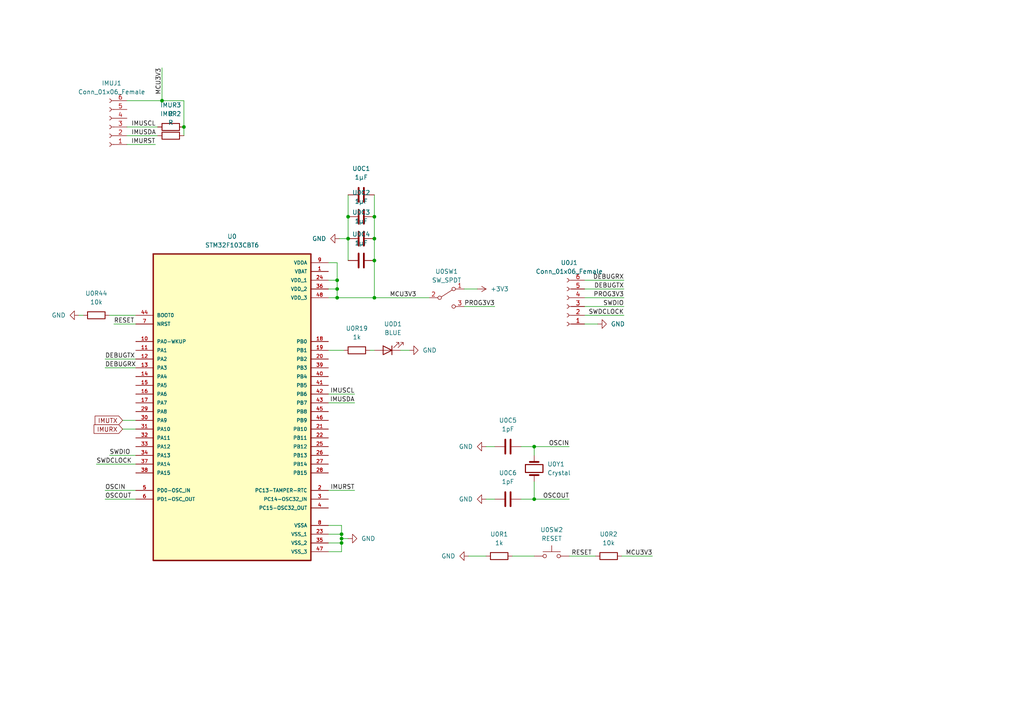
<source format=kicad_sch>
(kicad_sch (version 20211123) (generator eeschema)
  (paper "A4")
  (lib_symbols
    (symbol "Connector:Conn_01x06_Female" (pin_names (offset 1.016) hide)
      (property "Reference" "J" (at 0 7.62 0))
      (property "Value" "Conn_01x06_Female" (at 0 -10.16 0))
      (symbol "Conn_01x06_Female_1_1"
        (arc (start 0 -7.112) (mid -0.508 -7.62) (end 0 -8.128) (stroke (width 0.1524)))
        (arc (start 0 -4.572) (mid -0.508 -5.08) (end 0 -5.588) (stroke (width 0.1524)))
        (arc (start 0 -2.032) (mid -0.508 -2.54) (end 0 -3.048) (stroke (width 0.1524)))
        (polyline (pts (xy -1.27 -7.62) (xy -0.508 -7.62)) (stroke (width 0.1524)))
        (polyline (pts (xy -1.27 -5.08) (xy -0.508 -5.08)) (stroke (width 0.1524)))
        (polyline (pts (xy -1.27 -2.54) (xy -0.508 -2.54)) (stroke (width 0.1524)))
        (polyline (pts (xy -1.27 0) (xy -0.508 0)) (stroke (width 0.1524)))
        (polyline (pts (xy -1.27 2.54) (xy -0.508 2.54)) (stroke (width 0.1524)))
        (polyline (pts (xy -1.27 5.08) (xy -0.508 5.08)) (stroke (width 0.1524)))
        (arc (start 0 0.508) (mid -0.508 0) (end 0 -0.508) (stroke (width 0.1524)))
        (arc (start 0 3.048) (mid -0.508 2.54) (end 0 2.032) (stroke (width 0.1524)))
        (arc (start 0 5.588) (mid -0.508 5.08) (end 0 4.572) (stroke (width 0.1524)))
        (pin passive line (at -5.08 5.08 0) (length 3.81) (name "Pin_1") (number "1"))
        (pin passive line (at -5.08 2.54 0) (length 3.81) (name "Pin_2") (number "2"))
        (pin passive line (at -5.08 0 0) (length 3.81) (name "Pin_3") (number "3"))
        (pin passive line (at -5.08 -2.54 0) (length 3.81) (name "Pin_4") (number "4"))
        (pin passive line (at -5.08 -5.08 0) (length 3.81) (name "Pin_5") (number "5"))
        (pin passive line (at -5.08 -7.62 0) (length 3.81) (name "Pin_6") (number "6"))
      )
    )
    (symbol "Device:C" (pin_numbers hide) (pin_names (offset 0.254))
      (property "Reference" "C" (at 0.635 2.54 0))
      (property "Value" "C" (at 0.635 -2.54 0))
      (symbol "C_0_1"
        (polyline (pts (xy -2.032 -0.762) (xy 2.032 -0.762)) (stroke (width 0.508)))
        (polyline (pts (xy -2.032 0.762) (xy 2.032 0.762)) (stroke (width 0.508)))
      )
      (symbol "C_1_1"
        (pin passive line (at 0 3.81 270) (length 2.794) (name "~") (number "1"))
        (pin passive line (at 0 -3.81 90) (length 2.794) (name "~") (number "2"))
      )
    )
    (symbol "Device:Crystal" (pin_numbers hide) (pin_names (offset 1.016) hide)
      (property "Reference" "Y" (at 0 3.81 0))
      (property "Value" "Crystal" (at 0 -3.81 0))
      (symbol "Crystal_0_1"
        (rectangle (start -1.143 2.54) (end 1.143 -2.54) (stroke (width 0.3048)))
        (polyline (pts (xy -2.54 0) (xy -1.905 0)))
        (polyline (pts (xy -1.905 -1.27) (xy -1.905 1.27)) (stroke (width 0.508)))
        (polyline (pts (xy 1.905 -1.27) (xy 1.905 1.27)) (stroke (width 0.508)))
        (polyline (pts (xy 2.54 0) (xy 1.905 0)))
      )
      (symbol "Crystal_1_1"
        (pin passive line (at -3.81 0 0) (length 1.27) (name "1") (number "1"))
        (pin passive line (at 3.81 0 180) (length 1.27) (name "2") (number "2"))
      )
    )
    (symbol "Device:LED" (pin_numbers hide) (pin_names (offset 1.016) hide)
      (property "Reference" "D" (at 0 2.54 0))
      (property "Value" "LED" (at 0 -2.54 0))
      (symbol "LED_0_1"
        (polyline (pts (xy -1.27 -1.27) (xy -1.27 1.27)) (stroke (width 0.254)))
        (polyline (pts (xy -1.27 0) (xy 1.27 0)))
        (polyline (pts (xy 1.27 -1.27) (xy 1.27 1.27) (xy -1.27 0) (xy 1.27 -1.27)) (stroke (width 0.254)))
        (polyline (pts (xy -3.048 -0.762) (xy -4.572 -2.286) (xy -3.81 -2.286) (xy -4.572 -2.286) (xy -4.572 -1.524)))
        (polyline (pts (xy -1.778 -0.762) (xy -3.302 -2.286) (xy -2.54 -2.286) (xy -3.302 -2.286) (xy -3.302 -1.524)))
      )
      (symbol "LED_1_1"
        (pin passive line (at -3.81 0 0) (length 2.54) (name "K") (number "1"))
        (pin passive line (at 3.81 0 180) (length 2.54) (name "A") (number "2"))
      )
    )
    (symbol "Device:R" (pin_numbers hide) (pin_names (offset 0))
      (property "Reference" "R" (at 2.032 0 90))
      (property "Value" "R" (at 0 0 90))
      (symbol "R_0_1"
        (rectangle (start -1.016 -2.54) (end 1.016 2.54) (stroke (width 0.254)))
      )
      (symbol "R_1_1"
        (pin passive line (at 0 3.81 270) (length 1.27) (name "~") (number "1"))
        (pin passive line (at 0 -3.81 90) (length 1.27) (name "~") (number "2"))
      )
    )
    (symbol "STM32F103CBT6:STM32F103CBT6" (pin_names (offset 1.016))
      (property "Reference" "U" (at -22.86 43.942 0))
      (property "Value" "STM32F103CBT6" (at -22.86 -48.3108 0))
      (symbol "STM32F103CBT6_0_0"
        (rectangle (start -22.86 -45.72) (end 22.86 43.18) (stroke (width 0.4064)) (fill (type background)))
        (pin power_in line (at 27.94 38.1 180) (length 5.08) (name "VBAT") (number "1"))
        (pin bidirectional line (at -27.94 17.78 0) (length 5.08) (name "PA0-WKUP") (number "10"))
        (pin bidirectional line (at -27.94 15.24 0) (length 5.08) (name "PA1") (number "11"))
        (pin bidirectional line (at -27.94 12.7 0) (length 5.08) (name "PA2") (number "12"))
        (pin bidirectional line (at -27.94 10.16 0) (length 5.08) (name "PA3") (number "13"))
        (pin bidirectional line (at -27.94 7.62 0) (length 5.08) (name "PA4") (number "14"))
        (pin bidirectional line (at -27.94 5.08 0) (length 5.08) (name "PA5") (number "15"))
        (pin bidirectional line (at -27.94 2.54 0) (length 5.08) (name "PA6") (number "16"))
        (pin bidirectional line (at -27.94 0 0) (length 5.08) (name "PA7") (number "17"))
        (pin bidirectional line (at 27.94 17.78 180) (length 5.08) (name "PB0") (number "18"))
        (pin bidirectional line (at 27.94 15.24 180) (length 5.08) (name "PB1") (number "19"))
        (pin bidirectional line (at 27.94 -25.4 180) (length 5.08) (name "PC13-TAMPER-RTC") (number "2"))
        (pin bidirectional line (at 27.94 12.7 180) (length 5.08) (name "PB2") (number "20"))
        (pin bidirectional line (at 27.94 -7.62 180) (length 5.08) (name "PB10") (number "21"))
        (pin bidirectional line (at 27.94 -10.16 180) (length 5.08) (name "PB11") (number "22"))
        (pin power_in line (at 27.94 -38.1 180) (length 5.08) (name "VSS_1") (number "23"))
        (pin power_in line (at 27.94 35.56 180) (length 5.08) (name "VDD_1") (number "24"))
        (pin bidirectional line (at 27.94 -12.7 180) (length 5.08) (name "PB12") (number "25"))
        (pin bidirectional line (at 27.94 -15.24 180) (length 5.08) (name "PB13") (number "26"))
        (pin bidirectional line (at 27.94 -17.78 180) (length 5.08) (name "PB14") (number "27"))
        (pin bidirectional line (at 27.94 -20.32 180) (length 5.08) (name "PB15") (number "28"))
        (pin bidirectional line (at -27.94 -2.54 0) (length 5.08) (name "PA8") (number "29"))
        (pin bidirectional line (at 27.94 -27.94 180) (length 5.08) (name "PC14-OSC32_IN") (number "3"))
        (pin bidirectional line (at -27.94 -5.08 0) (length 5.08) (name "PA9") (number "30"))
        (pin bidirectional line (at -27.94 -7.62 0) (length 5.08) (name "PA10") (number "31"))
        (pin bidirectional line (at -27.94 -10.16 0) (length 5.08) (name "PA11") (number "32"))
        (pin bidirectional line (at -27.94 -12.7 0) (length 5.08) (name "PA12") (number "33"))
        (pin bidirectional line (at -27.94 -15.24 0) (length 5.08) (name "PA13") (number "34"))
        (pin power_in line (at 27.94 -40.64 180) (length 5.08) (name "VSS_2") (number "35"))
        (pin power_in line (at 27.94 33.02 180) (length 5.08) (name "VDD_2") (number "36"))
        (pin bidirectional line (at -27.94 -17.78 0) (length 5.08) (name "PA14") (number "37"))
        (pin bidirectional line (at -27.94 -20.32 0) (length 5.08) (name "PA15") (number "38"))
        (pin bidirectional line (at 27.94 10.16 180) (length 5.08) (name "PB3") (number "39"))
        (pin bidirectional line (at 27.94 -30.48 180) (length 5.08) (name "PC15-OSC32_OUT") (number "4"))
        (pin bidirectional line (at 27.94 7.62 180) (length 5.08) (name "PB4") (number "40"))
        (pin bidirectional line (at 27.94 5.08 180) (length 5.08) (name "PB5") (number "41"))
        (pin bidirectional line (at 27.94 2.54 180) (length 5.08) (name "PB6") (number "42"))
        (pin bidirectional line (at 27.94 0 180) (length 5.08) (name "PB7") (number "43"))
        (pin input line (at -27.94 25.4 0) (length 5.08) (name "BOOT0") (number "44"))
        (pin bidirectional line (at 27.94 -2.54 180) (length 5.08) (name "PB8") (number "45"))
        (pin bidirectional line (at 27.94 -5.08 180) (length 5.08) (name "PB9") (number "46"))
        (pin power_in line (at 27.94 -43.18 180) (length 5.08) (name "VSS_3") (number "47"))
        (pin power_in line (at 27.94 30.48 180) (length 5.08) (name "VDD_3") (number "48"))
        (pin bidirectional line (at -27.94 -25.4 0) (length 5.08) (name "PD0-OSC_IN") (number "5"))
        (pin bidirectional line (at -27.94 -27.94 0) (length 5.08) (name "PD1-OSC_OUT") (number "6"))
        (pin bidirectional line (at -27.94 22.86 0) (length 5.08) (name "NRST") (number "7"))
        (pin power_in line (at 27.94 -35.56 180) (length 5.08) (name "VSSA") (number "8"))
        (pin power_in line (at 27.94 40.64 180) (length 5.08) (name "VDDA") (number "9"))
      )
    )
    (symbol "Switch:SW_Push" (pin_numbers hide) (pin_names (offset 1.016) hide)
      (property "Reference" "SW" (at 1.27 2.54 0))
      (property "Value" "SW_Push" (at 0 -1.524 0))
      (symbol "SW_Push_0_1"
        (circle (center -2.032 0) (radius 0.508))
        (polyline (pts (xy 0 1.27) (xy 0 3.048)))
        (polyline (pts (xy 2.54 1.27) (xy -2.54 1.27)))
        (circle (center 2.032 0) (radius 0.508))
        (pin passive line (at -5.08 0 0) (length 2.54) (name "1") (number "1"))
        (pin passive line (at 5.08 0 180) (length 2.54) (name "2") (number "2"))
      )
    )
    (symbol "Switch:SW_SPDT" (pin_names (offset 0) hide)
      (property "Reference" "SW" (at 0 4.318 0))
      (property "Value" "SW_SPDT" (at 0 -5.08 0))
      (symbol "SW_SPDT_0_0"
        (circle (center -2.032 0) (radius 0.508))
        (circle (center 2.032 -2.54) (radius 0.508))
      )
      (symbol "SW_SPDT_0_1"
        (polyline (pts (xy -1.524 0.254) (xy 1.651 2.286)))
        (circle (center 2.032 2.54) (radius 0.508))
      )
      (symbol "SW_SPDT_1_1"
        (pin passive line (at 5.08 2.54 180) (length 2.54) (name "A") (number "1"))
        (pin passive line (at -5.08 0 0) (length 2.54) (name "B") (number "2"))
        (pin passive line (at 5.08 -2.54 180) (length 2.54) (name "C") (number "3"))
      )
    )
    (symbol "power:+3V3" (power) (pin_names (offset 0))
      (property "Value" "+3V3" (at 0 3.556 0))
      (symbol "+3V3_0_1"
        (polyline (pts (xy -0.762 1.27) (xy 0 2.54)))
        (polyline (pts (xy 0 0) (xy 0 2.54)))
        (polyline (pts (xy 0 2.54) (xy 0.762 1.27)))
      )
      (symbol "+3V3_1_1"
        (pin power_in line (at 0 0 90) (length 0) hide (name "+3V3") (number "1"))
      )
    )
    (symbol "power:GND" (power) (pin_names (offset 0))
      (property "Value" "GND" (at 0 -3.81 0))
      (symbol "GND_0_1"
        (polyline (pts (xy 0 0) (xy 0 -1.27) (xy 1.27 -1.27) (xy 0 -2.54) (xy -1.27 -1.27) (xy 0 -1.27)))
      )
      (symbol "GND_1_1"
        (pin power_in line (at 0 0 270) (length 0) hide (name "GND") (number "1"))
      )
    )
  )
  (junction (at 99.06 156.21))
  (junction (at 46.99 29.21))
  (junction (at 100.965 62.865))
  (junction (at 97.79 86.36))
  (junction (at 154.94 129.54))
  (junction (at 99.06 154.94))
  (junction (at 108.585 75.565))
  (junction (at 99.06 157.48))
  (junction (at 53.34 36.83))
  (junction (at 108.585 86.36))
  (junction (at 100.965 69.215))
  (junction (at 108.585 62.865))
  (junction (at 108.585 69.215))
  (junction (at 97.79 81.28))
  (junction (at 154.94 144.78))
  (junction (at 97.79 83.82))
  (wire (pts (xy 97.79 83.82) (xy 97.79 86.36)))
  (wire (pts (xy 134.62 88.9) (xy 143.51 88.9)))
  (wire (pts (xy 99.06 157.48) (xy 99.06 156.21)))
  (wire (pts (xy 95.25 154.94) (xy 99.06 154.94)))
  (wire (pts (xy 154.94 139.7) (xy 154.94 144.78)))
  (wire (pts (xy 140.97 144.78) (xy 143.51 144.78)))
  (wire (pts (xy 95.25 157.48) (xy 99.06 157.48)))
  (wire (pts (xy 97.79 86.36) (xy 108.585 86.36)))
  (wire (pts (xy 108.585 75.565) (xy 108.585 86.36)))
  (wire (pts (xy 99.06 156.21) (xy 100.965 156.21)))
  (wire (pts (xy 95.25 116.84) (xy 102.87 116.84)))
  (wire (pts (xy 46.99 29.21) (xy 53.34 29.21)))
  (wire (pts (xy 95.25 83.82) (xy 97.79 83.82)))
  (wire (pts (xy 151.13 129.54) (xy 154.94 129.54)))
  (wire (pts (xy 95.25 101.6) (xy 99.695 101.6)))
  (wire (pts (xy 99.06 160.02) (xy 99.06 157.48)))
  (wire (pts (xy 30.48 106.68) (xy 39.37 106.68)))
  (wire (pts (xy 35.56 124.46) (xy 39.37 124.46)))
  (wire (pts (xy 151.13 144.78) (xy 154.94 144.78)))
  (wire (pts (xy 98.425 69.215) (xy 100.965 69.215)))
  (wire (pts (xy 108.585 86.36) (xy 124.46 86.36)))
  (wire (pts (xy 165.1 161.29) (xy 172.72 161.29)))
  (wire (pts (xy 148.59 161.29) (xy 154.94 161.29)))
  (wire (pts (xy 97.79 76.2) (xy 97.79 81.28)))
  (wire (pts (xy 135.89 161.29) (xy 140.97 161.29)))
  (wire (pts (xy 95.25 76.2) (xy 97.79 76.2)))
  (wire (pts (xy 100.965 69.215) (xy 100.965 75.565)))
  (wire (pts (xy 95.25 160.02) (xy 99.06 160.02)))
  (wire (pts (xy 116.205 101.6) (xy 118.745 101.6)))
  (wire (pts (xy 154.94 144.78) (xy 165.1 144.78)))
  (wire (pts (xy 107.315 101.6) (xy 108.585 101.6)))
  (wire (pts (xy 169.545 93.98) (xy 173.355 93.98)))
  (wire (pts (xy 134.62 83.82) (xy 138.43 83.82)))
  (wire (pts (xy 95.25 81.28) (xy 97.79 81.28)))
  (wire (pts (xy 53.34 29.21) (xy 53.34 36.83)))
  (wire (pts (xy 53.34 36.83) (xy 53.34 39.37)))
  (wire (pts (xy 27.94 134.62) (xy 39.37 134.62)))
  (wire (pts (xy 30.48 142.24) (xy 39.37 142.24)))
  (wire (pts (xy 100.965 56.515) (xy 100.965 62.865)))
  (wire (pts (xy 169.545 91.44) (xy 180.975 91.44)))
  (wire (pts (xy 30.48 104.14) (xy 39.37 104.14)))
  (wire (pts (xy 108.585 62.865) (xy 108.585 69.215)))
  (wire (pts (xy 99.06 154.94) (xy 99.06 152.4)))
  (wire (pts (xy 30.48 144.78) (xy 39.37 144.78)))
  (wire (pts (xy 100.965 62.865) (xy 100.965 69.215)))
  (wire (pts (xy 108.585 69.215) (xy 108.585 75.565)))
  (wire (pts (xy 22.86 91.44) (xy 24.13 91.44)))
  (wire (pts (xy 46.99 19.685) (xy 46.99 29.21)))
  (wire (pts (xy 99.06 156.21) (xy 99.06 154.94)))
  (wire (pts (xy 108.585 56.515) (xy 108.585 62.865)))
  (wire (pts (xy 36.83 39.37) (xy 45.72 39.37)))
  (wire (pts (xy 36.83 36.83) (xy 45.72 36.83)))
  (wire (pts (xy 180.34 161.29) (xy 189.23 161.29)))
  (wire (pts (xy 154.94 129.54) (xy 165.1 129.54)))
  (wire (pts (xy 31.75 91.44) (xy 39.37 91.44)))
  (wire (pts (xy 97.79 81.28) (xy 97.79 83.82)))
  (wire (pts (xy 31.75 132.08) (xy 39.37 132.08)))
  (wire (pts (xy 95.25 114.3) (xy 102.87 114.3)))
  (wire (pts (xy 169.545 83.82) (xy 180.975 83.82)))
  (wire (pts (xy 36.83 41.91) (xy 45.085 41.91)))
  (wire (pts (xy 140.97 129.54) (xy 143.51 129.54)))
  (wire (pts (xy 33.02 93.98) (xy 39.37 93.98)))
  (wire (pts (xy 154.94 129.54) (xy 154.94 132.08)))
  (wire (pts (xy 169.545 88.9) (xy 180.975 88.9)))
  (wire (pts (xy 35.56 121.92) (xy 39.37 121.92)))
  (wire (pts (xy 36.83 29.21) (xy 46.99 29.21)))
  (wire (pts (xy 169.545 81.28) (xy 180.975 81.28)))
  (wire (pts (xy 169.545 86.36) (xy 180.975 86.36)))
  (wire (pts (xy 95.25 86.36) (xy 97.79 86.36)))
  (wire (pts (xy 95.25 142.24) (xy 102.87 142.24)))
  (wire (pts (xy 95.25 152.4) (xy 99.06 152.4)))
  (label "IMUSCL" (at 38.1 36.83 0))
  (label "IMURST" (at 45.085 41.91 180))
  (label "IMUSDA" (at 102.87 116.84 180))
  (label "SWDCLOCK" (at 180.975 91.44 180))
  (label "OSCIN" (at 30.48 142.24 0))
  (label "DEBUGRX" (at 30.48 106.68 0))
  (label "SWDCLOCK" (at 27.94 134.62 0))
  (label "RESET" (at 165.735 161.29 0))
  (label "IMURST" (at 102.87 142.24 180))
  (label "PROG3V3" (at 180.975 86.36 180))
  (label "PROG3V3" (at 143.51 88.9 180))
  (label "OSCOUT" (at 30.48 144.78 0))
  (label "DEBUGRX" (at 180.975 81.28 180))
  (label "RESET" (at 33.02 93.98 0))
  (label "OSCOUT" (at 165.1 144.78 180))
  (label "IMUSCL" (at 102.87 114.3 180))
  (label "MCU3V3" (at 46.99 19.685 270))
  (label "DEBUGTX" (at 30.48 104.14 0))
  (label "SWDIO" (at 180.975 88.9 180))
  (label "IMUSDA" (at 38.1 39.37 0))
  (label "MCU3V3" (at 113.03 86.36 0))
  (label "DEBUGTX" (at 180.975 83.82 180))
  (label "SWDIO" (at 31.75 132.08 0))
  (label "MCU3V3" (at 189.23 161.29 180))
  (label "OSCIN" (at 165.1 129.54 180))
  (global_label "IMURX" (shape input) (at 35.56 124.46 180) (property "Intersheet References" "${INTERSHEET_REFS}" (effects hide)))
  (global_label "IMUTX" (shape input) (at 35.56 121.92 180) (property "Intersheet References" "${INTERSHEET_REFS}" (effects hide)))
  (symbol (lib_id "power:GND") (at 22.86 91.44 270) (unit 1)
    (property "Reference" "#PWR0108" (effects hide))
    (property "Value" "GND" (at 19.05 91.4399 90) (effects (justify right)))
  )
  (symbol (lib_id "Device:C") (at 104.775 69.215 90) (unit 1)
    (property "Reference" "U0C3" (at 104.775 61.595 90))
    (property "Value" "1µF" (at 104.775 64.135 90))
    (property "Footprint" "Capacitors:0603" (effects hide))
  )
  (symbol (lib_id "Device:R") (at 144.78 161.29 270) (unit 1)
    (property "Reference" "U0R1" (at 144.78 154.94 90))
    (property "Value" "1k" (at 144.78 157.48 90))
    (property "Footprint" "Resistors:0603" (effects hide))
  )
  (symbol (lib_id "Device:Crystal") (at 154.94 135.89 90) (unit 1)
    (property "Reference" "U0Y1" (at 158.75 134.6199 90) (effects (justify right)))
    (property "Value" "Crystal" (at 158.75 137.1599 90) (effects (justify right)))
    (property "Footprint" "Clocks:CRYSTAL-SMD-5X3.2-2PAD" (effects hide))
  )
  (symbol (lib_id "Connector:Conn_01x06_Female") (at 31.75 36.83 180) (unit 1)
    (property "Reference" "IMUJ1" (at 32.385 24.13 0))
    (property "Value" "Conn_01x06_Female" (at 32.385 26.67 0))
    (property "Footprint" "Connectors:1X06_FEMALE_LOCK.010" (effects hide))
  )
  (symbol (lib_id "Device:C") (at 147.32 144.78 90) (unit 1)
    (property "Reference" "U0C6" (at 147.32 137.16 90))
    (property "Value" "1pF" (at 147.32 139.7 90))
    (property "Footprint" "Capacitors:0603" (effects hide))
  )
  (symbol (lib_id "power:GND") (at 100.965 156.21 90) (unit 1)
    (property "Reference" "#PWR0112" (effects hide))
    (property "Value" "GND" (at 104.775 156.2099 90) (effects (justify right)))
  )
  (symbol (lib_id "Switch:SW_Push") (at 160.02 161.29 0) (unit 1)
    (property "Reference" "U0SW2" (at 160.02 153.67 0))
    (property "Value" "RESET" (at 160.02 156.21 0))
    (property "Footprint" "Button_Switch_SMD:SW_Push_SPST_NO_Alps_SKRK" (effects hide))
  )
  (symbol (lib_id "Device:C") (at 147.32 129.54 90) (unit 1)
    (property "Reference" "U0C5" (at 147.32 121.92 90))
    (property "Value" "1pF" (at 147.32 124.46 90))
    (property "Footprint" "Capacitors:0603" (effects hide))
  )
  (symbol (lib_id "Device:R") (at 176.53 161.29 90) (unit 1)
    (property "Reference" "U0R2" (at 176.53 154.94 90))
    (property "Value" "10k" (at 176.53 157.48 90))
    (property "Footprint" "Resistors:0603" (effects hide))
  )
  (symbol (lib_id "Device:C") (at 104.775 56.515 90) (unit 1)
    (property "Reference" "U0C1" (at 104.775 48.895 90))
    (property "Value" "1µF" (at 104.775 51.435 90))
    (property "Footprint" "Capacitors:0603" (effects hide))
  )
  (symbol (lib_id "Device:R") (at 49.53 36.83 90) (unit 1)
    (property "Reference" "IMUR3" (at 49.53 30.48 90))
    (property "Value" "R" (at 49.53 33.02 90))
    (property "Footprint" "Resistors:0603" (effects hide))
  )
  (symbol (lib_id "Connector:Conn_01x06_Female") (at 164.465 88.9 180) (unit 1)
    (property "Reference" "U0J1" (at 165.1 76.2 0))
    (property "Value" "Conn_01x06_Female" (at 165.1 78.74 0))
    (property "Footprint" "Connector_JST:JST_SH_SM06B-SRSS-TB_1x06-1MP_P1.00mm_Horizontal" (effects hide))
  )
  (symbol (lib_id "power:GND") (at 98.425 69.215 270) (unit 1)
    (property "Reference" "#PWR0104" (effects hide))
    (property "Value" "GND" (at 94.615 69.2149 90) (effects (justify right)))
  )
  (symbol (lib_id "power:GND") (at 135.89 161.29 270) (unit 1)
    (property "Reference" "#PWR0111" (effects hide))
    (property "Value" "GND" (at 132.08 161.2899 90) (effects (justify right)))
  )
  (symbol (lib_id "power:GND") (at 140.97 129.54 270) (unit 1)
    (property "Reference" "#PWR0110" (effects hide))
    (property "Value" "GND" (at 137.16 129.5399 90) (effects (justify right)))
  )
  (symbol (lib_id "Device:R") (at 49.53 39.37 90) (unit 1)
    (property "Reference" "IMUR2" (at 49.53 33.02 90))
    (property "Value" "R" (at 49.53 35.56 90))
    (property "Footprint" "Resistors:0603" (effects hide))
  )
  (symbol (lib_id "Device:LED") (at 112.395 101.6 180) (unit 1)
    (property "Reference" "U0D1" (at 113.9825 93.98 0))
    (property "Value" "BLUE" (at 113.9825 96.52 0))
    (property "Footprint" "LED:LED-0603" (effects hide))
  )
  (symbol (lib_id "Switch:SW_SPDT") (at 129.54 86.36 0) (unit 1)
    (property "Reference" "U0SW1" (at 129.54 78.74 0))
    (property "Value" "SW_SPDT" (at 129.54 81.28 0))
    (property "Footprint" "Switches:SWITCH_SPDT_PTH_11.6X4.0MM_LOCK" (effects hide))
  )
  (symbol (lib_id "Device:R") (at 27.94 91.44 90) (unit 1)
    (property "Reference" "U0R44" (at 27.94 85.09 90))
    (property "Value" "10k" (at 27.94 87.63 90))
    (property "Footprint" "Resistors:0603" (effects hide))
  )
  (symbol (lib_id "Device:C") (at 104.775 75.565 90) (unit 1)
    (property "Reference" "U0C4" (at 104.775 67.945 90))
    (property "Value" "1µF" (at 104.775 70.485 90))
    (property "Footprint" "Capacitors:0603" (effects hide))
  )
  (symbol (lib_id "power:GND") (at 118.745 101.6 90) (unit 1)
    (property "Reference" "#PWR0105" (effects hide))
    (property "Value" "GND" (at 122.555 101.5999 90) (effects (justify right)))
  )
  (symbol (lib_id "power:GND") (at 140.97 144.78 270) (unit 1)
    (property "Reference" "#PWR0109" (effects hide))
    (property "Value" "GND" (at 137.16 144.7799 90) (effects (justify right)))
  )
  (symbol (lib_id "power:+3V3") (at 138.43 83.82 270) (unit 1)
    (property "Reference" "#PWR0107" (effects hide))
    (property "Value" "+3V3" (at 142.24 83.8199 90) (effects (justify left)))
  )
  (symbol (lib_id "power:GND") (at 173.355 93.98 90) (unit 1)
    (property "Reference" "#PWR0106" (effects hide))
    (property "Value" "GND" (at 177.165 93.9799 90) (effects (justify right)))
  )
  (symbol (lib_id "Device:C") (at 104.775 62.865 90) (unit 1)
    (property "Reference" "U0C2" (at 104.775 55.88 90))
    (property "Value" "1µF" (at 104.775 58.42 90))
    (property "Footprint" "Capacitors:0603" (effects hide))
  )
  (symbol (lib_id "Device:R") (at 103.505 101.6 90) (unit 1)
    (property "Reference" "U0R19" (at 103.505 95.25 90))
    (property "Value" "1k" (at 103.505 97.79 90))
    (property "Footprint" "Resistors:0603" (effects hide))
  )
  (symbol (lib_id "STM32F103CBT6:STM32F103CBT6") (at 67.31 116.84 0) (unit 1)
    (property "Reference" "U0" (at 67.31 68.58 0))
    (property "Value" "STM32F103CBT6" (at 67.31 71.12 0))
    (property "Footprint" "STM32F103CBT6:QFP50P900X900X160-48N" (effects hide))
    (property "STANDARD" "IPC-7351B" (effects hide))
    (property "PARTREV" "10" (effects hide))
    (property "MANUFACTURER" "STMicroelectronics" (effects hide))
  )
)
</source>
